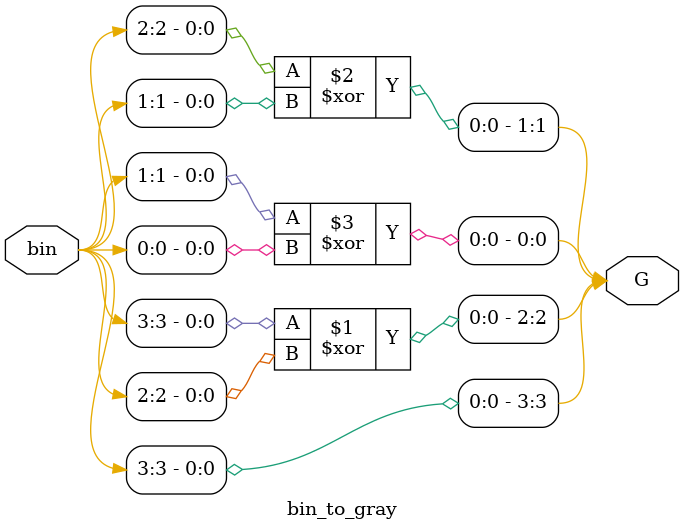
<source format=v>



module bin_to_gray(
input [3:0]bin,
output [3:0]G
 );
 assign G[3]=bin[3];
 assign G[2]=bin[3]^bin[2];
 assign G[1]=bin[2]^bin[1];
 assign G[0]=bin[1]^bin[0];
endmodule

</source>
